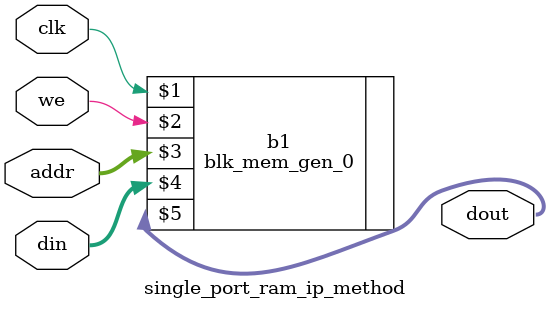
<source format=v>
`timescale 1ns / 1ps


module single_port_ram_ip_method
(
    input clk,
    input we,
    //input rst,
    input [5:0] addr, // 2^6
    input [7:0] din, // 8 bits
    output [7:0] dout
    );

 blk_mem_gen_0 b1 (clk,we,addr,din,dout);
    
endmodule

</source>
